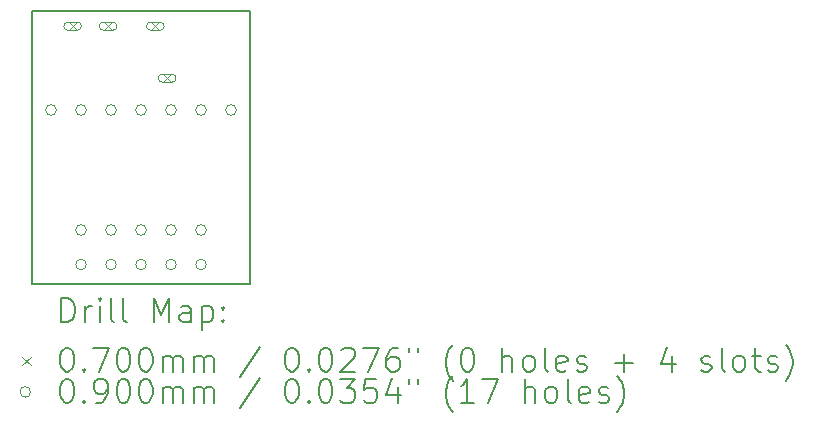
<source format=gbr>
%TF.GenerationSoftware,KiCad,Pcbnew,9.0.2*%
%TF.CreationDate,2025-07-09T02:52:22-04:00*%
%TF.ProjectId,FBT,4642542e-6b69-4636-9164-5f7063625858,rev?*%
%TF.SameCoordinates,Original*%
%TF.FileFunction,Drillmap*%
%TF.FilePolarity,Positive*%
%FSLAX45Y45*%
G04 Gerber Fmt 4.5, Leading zero omitted, Abs format (unit mm)*
G04 Created by KiCad (PCBNEW 9.0.2) date 2025-07-09 02:52:22*
%MOMM*%
%LPD*%
G01*
G04 APERTURE LIST*
%ADD10C,0.200000*%
%ADD11C,0.100000*%
G04 APERTURE END LIST*
D10*
X16539000Y-10973000D02*
X18389000Y-10973000D01*
X18389000Y-13283000D01*
X16539000Y-13283000D01*
X16539000Y-10973000D01*
D11*
X16850000Y-11065000D02*
X16920000Y-11135000D01*
X16920000Y-11065000D02*
X16850000Y-11135000D01*
X16845000Y-11135000D02*
X16925000Y-11135000D01*
X16925000Y-11065000D02*
G75*
G02*
X16925000Y-11135000I0J-35000D01*
G01*
X16925000Y-11065000D02*
X16845000Y-11065000D01*
X16845000Y-11065000D02*
G75*
G03*
X16845000Y-11135000I0J-35000D01*
G01*
X17150000Y-11065000D02*
X17220000Y-11135000D01*
X17220000Y-11065000D02*
X17150000Y-11135000D01*
X17145000Y-11135000D02*
X17225000Y-11135000D01*
X17225000Y-11065000D02*
G75*
G02*
X17225000Y-11135000I0J-35000D01*
G01*
X17225000Y-11065000D02*
X17145000Y-11065000D01*
X17145000Y-11065000D02*
G75*
G03*
X17145000Y-11135000I0J-35000D01*
G01*
X17550000Y-11065000D02*
X17620000Y-11135000D01*
X17620000Y-11065000D02*
X17550000Y-11135000D01*
X17545000Y-11135000D02*
X17625000Y-11135000D01*
X17625000Y-11065000D02*
G75*
G02*
X17625000Y-11135000I0J-35000D01*
G01*
X17625000Y-11065000D02*
X17545000Y-11065000D01*
X17545000Y-11065000D02*
G75*
G03*
X17545000Y-11135000I0J-35000D01*
G01*
X17650000Y-11505000D02*
X17720000Y-11575000D01*
X17720000Y-11505000D02*
X17650000Y-11575000D01*
X17645000Y-11575000D02*
X17725000Y-11575000D01*
X17725000Y-11505000D02*
G75*
G02*
X17725000Y-11575000I0J-35000D01*
G01*
X17725000Y-11505000D02*
X17645000Y-11505000D01*
X17645000Y-11505000D02*
G75*
G03*
X17645000Y-11575000I0J-35000D01*
G01*
X16747000Y-11810000D02*
G75*
G02*
X16657000Y-11810000I-45000J0D01*
G01*
X16657000Y-11810000D02*
G75*
G02*
X16747000Y-11810000I45000J0D01*
G01*
X17001000Y-11810000D02*
G75*
G02*
X16911000Y-11810000I-45000J0D01*
G01*
X16911000Y-11810000D02*
G75*
G02*
X17001000Y-11810000I45000J0D01*
G01*
X17001000Y-12826000D02*
G75*
G02*
X16911000Y-12826000I-45000J0D01*
G01*
X16911000Y-12826000D02*
G75*
G02*
X17001000Y-12826000I45000J0D01*
G01*
X17001000Y-13118000D02*
G75*
G02*
X16911000Y-13118000I-45000J0D01*
G01*
X16911000Y-13118000D02*
G75*
G02*
X17001000Y-13118000I45000J0D01*
G01*
X17255000Y-11810000D02*
G75*
G02*
X17165000Y-11810000I-45000J0D01*
G01*
X17165000Y-11810000D02*
G75*
G02*
X17255000Y-11810000I45000J0D01*
G01*
X17255000Y-12826000D02*
G75*
G02*
X17165000Y-12826000I-45000J0D01*
G01*
X17165000Y-12826000D02*
G75*
G02*
X17255000Y-12826000I45000J0D01*
G01*
X17255000Y-13118000D02*
G75*
G02*
X17165000Y-13118000I-45000J0D01*
G01*
X17165000Y-13118000D02*
G75*
G02*
X17255000Y-13118000I45000J0D01*
G01*
X17509000Y-11810000D02*
G75*
G02*
X17419000Y-11810000I-45000J0D01*
G01*
X17419000Y-11810000D02*
G75*
G02*
X17509000Y-11810000I45000J0D01*
G01*
X17509000Y-12826000D02*
G75*
G02*
X17419000Y-12826000I-45000J0D01*
G01*
X17419000Y-12826000D02*
G75*
G02*
X17509000Y-12826000I45000J0D01*
G01*
X17509000Y-13118000D02*
G75*
G02*
X17419000Y-13118000I-45000J0D01*
G01*
X17419000Y-13118000D02*
G75*
G02*
X17509000Y-13118000I45000J0D01*
G01*
X17763000Y-11810000D02*
G75*
G02*
X17673000Y-11810000I-45000J0D01*
G01*
X17673000Y-11810000D02*
G75*
G02*
X17763000Y-11810000I45000J0D01*
G01*
X17763000Y-12826000D02*
G75*
G02*
X17673000Y-12826000I-45000J0D01*
G01*
X17673000Y-12826000D02*
G75*
G02*
X17763000Y-12826000I45000J0D01*
G01*
X17763000Y-13118000D02*
G75*
G02*
X17673000Y-13118000I-45000J0D01*
G01*
X17673000Y-13118000D02*
G75*
G02*
X17763000Y-13118000I45000J0D01*
G01*
X18017000Y-11810000D02*
G75*
G02*
X17927000Y-11810000I-45000J0D01*
G01*
X17927000Y-11810000D02*
G75*
G02*
X18017000Y-11810000I45000J0D01*
G01*
X18017000Y-12826000D02*
G75*
G02*
X17927000Y-12826000I-45000J0D01*
G01*
X17927000Y-12826000D02*
G75*
G02*
X18017000Y-12826000I45000J0D01*
G01*
X18017000Y-13118000D02*
G75*
G02*
X17927000Y-13118000I-45000J0D01*
G01*
X17927000Y-13118000D02*
G75*
G02*
X18017000Y-13118000I45000J0D01*
G01*
X18271000Y-11810000D02*
G75*
G02*
X18181000Y-11810000I-45000J0D01*
G01*
X18181000Y-11810000D02*
G75*
G02*
X18271000Y-11810000I45000J0D01*
G01*
D10*
X16789777Y-13604484D02*
X16789777Y-13404484D01*
X16789777Y-13404484D02*
X16837396Y-13404484D01*
X16837396Y-13404484D02*
X16865967Y-13414008D01*
X16865967Y-13414008D02*
X16885015Y-13433055D01*
X16885015Y-13433055D02*
X16894539Y-13452103D01*
X16894539Y-13452103D02*
X16904063Y-13490198D01*
X16904063Y-13490198D02*
X16904063Y-13518769D01*
X16904063Y-13518769D02*
X16894539Y-13556865D01*
X16894539Y-13556865D02*
X16885015Y-13575912D01*
X16885015Y-13575912D02*
X16865967Y-13594960D01*
X16865967Y-13594960D02*
X16837396Y-13604484D01*
X16837396Y-13604484D02*
X16789777Y-13604484D01*
X16989777Y-13604484D02*
X16989777Y-13471150D01*
X16989777Y-13509246D02*
X16999301Y-13490198D01*
X16999301Y-13490198D02*
X17008824Y-13480674D01*
X17008824Y-13480674D02*
X17027872Y-13471150D01*
X17027872Y-13471150D02*
X17046920Y-13471150D01*
X17113586Y-13604484D02*
X17113586Y-13471150D01*
X17113586Y-13404484D02*
X17104063Y-13414008D01*
X17104063Y-13414008D02*
X17113586Y-13423531D01*
X17113586Y-13423531D02*
X17123110Y-13414008D01*
X17123110Y-13414008D02*
X17113586Y-13404484D01*
X17113586Y-13404484D02*
X17113586Y-13423531D01*
X17237396Y-13604484D02*
X17218348Y-13594960D01*
X17218348Y-13594960D02*
X17208824Y-13575912D01*
X17208824Y-13575912D02*
X17208824Y-13404484D01*
X17342158Y-13604484D02*
X17323110Y-13594960D01*
X17323110Y-13594960D02*
X17313586Y-13575912D01*
X17313586Y-13575912D02*
X17313586Y-13404484D01*
X17570729Y-13604484D02*
X17570729Y-13404484D01*
X17570729Y-13404484D02*
X17637396Y-13547341D01*
X17637396Y-13547341D02*
X17704063Y-13404484D01*
X17704063Y-13404484D02*
X17704063Y-13604484D01*
X17885015Y-13604484D02*
X17885015Y-13499722D01*
X17885015Y-13499722D02*
X17875491Y-13480674D01*
X17875491Y-13480674D02*
X17856444Y-13471150D01*
X17856444Y-13471150D02*
X17818348Y-13471150D01*
X17818348Y-13471150D02*
X17799301Y-13480674D01*
X17885015Y-13594960D02*
X17865967Y-13604484D01*
X17865967Y-13604484D02*
X17818348Y-13604484D01*
X17818348Y-13604484D02*
X17799301Y-13594960D01*
X17799301Y-13594960D02*
X17789777Y-13575912D01*
X17789777Y-13575912D02*
X17789777Y-13556865D01*
X17789777Y-13556865D02*
X17799301Y-13537817D01*
X17799301Y-13537817D02*
X17818348Y-13528293D01*
X17818348Y-13528293D02*
X17865967Y-13528293D01*
X17865967Y-13528293D02*
X17885015Y-13518769D01*
X17980253Y-13471150D02*
X17980253Y-13671150D01*
X17980253Y-13480674D02*
X17999301Y-13471150D01*
X17999301Y-13471150D02*
X18037396Y-13471150D01*
X18037396Y-13471150D02*
X18056444Y-13480674D01*
X18056444Y-13480674D02*
X18065967Y-13490198D01*
X18065967Y-13490198D02*
X18075491Y-13509246D01*
X18075491Y-13509246D02*
X18075491Y-13566388D01*
X18075491Y-13566388D02*
X18065967Y-13585436D01*
X18065967Y-13585436D02*
X18056444Y-13594960D01*
X18056444Y-13594960D02*
X18037396Y-13604484D01*
X18037396Y-13604484D02*
X17999301Y-13604484D01*
X17999301Y-13604484D02*
X17980253Y-13594960D01*
X18161205Y-13585436D02*
X18170729Y-13594960D01*
X18170729Y-13594960D02*
X18161205Y-13604484D01*
X18161205Y-13604484D02*
X18151682Y-13594960D01*
X18151682Y-13594960D02*
X18161205Y-13585436D01*
X18161205Y-13585436D02*
X18161205Y-13604484D01*
X18161205Y-13480674D02*
X18170729Y-13490198D01*
X18170729Y-13490198D02*
X18161205Y-13499722D01*
X18161205Y-13499722D02*
X18151682Y-13490198D01*
X18151682Y-13490198D02*
X18161205Y-13480674D01*
X18161205Y-13480674D02*
X18161205Y-13499722D01*
D11*
X16459000Y-13898000D02*
X16529000Y-13968000D01*
X16529000Y-13898000D02*
X16459000Y-13968000D01*
D10*
X16827872Y-13824484D02*
X16846920Y-13824484D01*
X16846920Y-13824484D02*
X16865967Y-13834008D01*
X16865967Y-13834008D02*
X16875491Y-13843531D01*
X16875491Y-13843531D02*
X16885015Y-13862579D01*
X16885015Y-13862579D02*
X16894539Y-13900674D01*
X16894539Y-13900674D02*
X16894539Y-13948293D01*
X16894539Y-13948293D02*
X16885015Y-13986388D01*
X16885015Y-13986388D02*
X16875491Y-14005436D01*
X16875491Y-14005436D02*
X16865967Y-14014960D01*
X16865967Y-14014960D02*
X16846920Y-14024484D01*
X16846920Y-14024484D02*
X16827872Y-14024484D01*
X16827872Y-14024484D02*
X16808824Y-14014960D01*
X16808824Y-14014960D02*
X16799301Y-14005436D01*
X16799301Y-14005436D02*
X16789777Y-13986388D01*
X16789777Y-13986388D02*
X16780253Y-13948293D01*
X16780253Y-13948293D02*
X16780253Y-13900674D01*
X16780253Y-13900674D02*
X16789777Y-13862579D01*
X16789777Y-13862579D02*
X16799301Y-13843531D01*
X16799301Y-13843531D02*
X16808824Y-13834008D01*
X16808824Y-13834008D02*
X16827872Y-13824484D01*
X16980253Y-14005436D02*
X16989777Y-14014960D01*
X16989777Y-14014960D02*
X16980253Y-14024484D01*
X16980253Y-14024484D02*
X16970729Y-14014960D01*
X16970729Y-14014960D02*
X16980253Y-14005436D01*
X16980253Y-14005436D02*
X16980253Y-14024484D01*
X17056444Y-13824484D02*
X17189777Y-13824484D01*
X17189777Y-13824484D02*
X17104063Y-14024484D01*
X17304063Y-13824484D02*
X17323110Y-13824484D01*
X17323110Y-13824484D02*
X17342158Y-13834008D01*
X17342158Y-13834008D02*
X17351682Y-13843531D01*
X17351682Y-13843531D02*
X17361205Y-13862579D01*
X17361205Y-13862579D02*
X17370729Y-13900674D01*
X17370729Y-13900674D02*
X17370729Y-13948293D01*
X17370729Y-13948293D02*
X17361205Y-13986388D01*
X17361205Y-13986388D02*
X17351682Y-14005436D01*
X17351682Y-14005436D02*
X17342158Y-14014960D01*
X17342158Y-14014960D02*
X17323110Y-14024484D01*
X17323110Y-14024484D02*
X17304063Y-14024484D01*
X17304063Y-14024484D02*
X17285015Y-14014960D01*
X17285015Y-14014960D02*
X17275491Y-14005436D01*
X17275491Y-14005436D02*
X17265967Y-13986388D01*
X17265967Y-13986388D02*
X17256444Y-13948293D01*
X17256444Y-13948293D02*
X17256444Y-13900674D01*
X17256444Y-13900674D02*
X17265967Y-13862579D01*
X17265967Y-13862579D02*
X17275491Y-13843531D01*
X17275491Y-13843531D02*
X17285015Y-13834008D01*
X17285015Y-13834008D02*
X17304063Y-13824484D01*
X17494539Y-13824484D02*
X17513586Y-13824484D01*
X17513586Y-13824484D02*
X17532634Y-13834008D01*
X17532634Y-13834008D02*
X17542158Y-13843531D01*
X17542158Y-13843531D02*
X17551682Y-13862579D01*
X17551682Y-13862579D02*
X17561205Y-13900674D01*
X17561205Y-13900674D02*
X17561205Y-13948293D01*
X17561205Y-13948293D02*
X17551682Y-13986388D01*
X17551682Y-13986388D02*
X17542158Y-14005436D01*
X17542158Y-14005436D02*
X17532634Y-14014960D01*
X17532634Y-14014960D02*
X17513586Y-14024484D01*
X17513586Y-14024484D02*
X17494539Y-14024484D01*
X17494539Y-14024484D02*
X17475491Y-14014960D01*
X17475491Y-14014960D02*
X17465967Y-14005436D01*
X17465967Y-14005436D02*
X17456444Y-13986388D01*
X17456444Y-13986388D02*
X17446920Y-13948293D01*
X17446920Y-13948293D02*
X17446920Y-13900674D01*
X17446920Y-13900674D02*
X17456444Y-13862579D01*
X17456444Y-13862579D02*
X17465967Y-13843531D01*
X17465967Y-13843531D02*
X17475491Y-13834008D01*
X17475491Y-13834008D02*
X17494539Y-13824484D01*
X17646920Y-14024484D02*
X17646920Y-13891150D01*
X17646920Y-13910198D02*
X17656444Y-13900674D01*
X17656444Y-13900674D02*
X17675491Y-13891150D01*
X17675491Y-13891150D02*
X17704063Y-13891150D01*
X17704063Y-13891150D02*
X17723110Y-13900674D01*
X17723110Y-13900674D02*
X17732634Y-13919722D01*
X17732634Y-13919722D02*
X17732634Y-14024484D01*
X17732634Y-13919722D02*
X17742158Y-13900674D01*
X17742158Y-13900674D02*
X17761205Y-13891150D01*
X17761205Y-13891150D02*
X17789777Y-13891150D01*
X17789777Y-13891150D02*
X17808825Y-13900674D01*
X17808825Y-13900674D02*
X17818348Y-13919722D01*
X17818348Y-13919722D02*
X17818348Y-14024484D01*
X17913586Y-14024484D02*
X17913586Y-13891150D01*
X17913586Y-13910198D02*
X17923110Y-13900674D01*
X17923110Y-13900674D02*
X17942158Y-13891150D01*
X17942158Y-13891150D02*
X17970729Y-13891150D01*
X17970729Y-13891150D02*
X17989777Y-13900674D01*
X17989777Y-13900674D02*
X17999301Y-13919722D01*
X17999301Y-13919722D02*
X17999301Y-14024484D01*
X17999301Y-13919722D02*
X18008825Y-13900674D01*
X18008825Y-13900674D02*
X18027872Y-13891150D01*
X18027872Y-13891150D02*
X18056444Y-13891150D01*
X18056444Y-13891150D02*
X18075491Y-13900674D01*
X18075491Y-13900674D02*
X18085015Y-13919722D01*
X18085015Y-13919722D02*
X18085015Y-14024484D01*
X18475491Y-13814960D02*
X18304063Y-14072103D01*
X18732634Y-13824484D02*
X18751682Y-13824484D01*
X18751682Y-13824484D02*
X18770729Y-13834008D01*
X18770729Y-13834008D02*
X18780253Y-13843531D01*
X18780253Y-13843531D02*
X18789777Y-13862579D01*
X18789777Y-13862579D02*
X18799301Y-13900674D01*
X18799301Y-13900674D02*
X18799301Y-13948293D01*
X18799301Y-13948293D02*
X18789777Y-13986388D01*
X18789777Y-13986388D02*
X18780253Y-14005436D01*
X18780253Y-14005436D02*
X18770729Y-14014960D01*
X18770729Y-14014960D02*
X18751682Y-14024484D01*
X18751682Y-14024484D02*
X18732634Y-14024484D01*
X18732634Y-14024484D02*
X18713587Y-14014960D01*
X18713587Y-14014960D02*
X18704063Y-14005436D01*
X18704063Y-14005436D02*
X18694539Y-13986388D01*
X18694539Y-13986388D02*
X18685015Y-13948293D01*
X18685015Y-13948293D02*
X18685015Y-13900674D01*
X18685015Y-13900674D02*
X18694539Y-13862579D01*
X18694539Y-13862579D02*
X18704063Y-13843531D01*
X18704063Y-13843531D02*
X18713587Y-13834008D01*
X18713587Y-13834008D02*
X18732634Y-13824484D01*
X18885015Y-14005436D02*
X18894539Y-14014960D01*
X18894539Y-14014960D02*
X18885015Y-14024484D01*
X18885015Y-14024484D02*
X18875491Y-14014960D01*
X18875491Y-14014960D02*
X18885015Y-14005436D01*
X18885015Y-14005436D02*
X18885015Y-14024484D01*
X19018348Y-13824484D02*
X19037396Y-13824484D01*
X19037396Y-13824484D02*
X19056444Y-13834008D01*
X19056444Y-13834008D02*
X19065968Y-13843531D01*
X19065968Y-13843531D02*
X19075491Y-13862579D01*
X19075491Y-13862579D02*
X19085015Y-13900674D01*
X19085015Y-13900674D02*
X19085015Y-13948293D01*
X19085015Y-13948293D02*
X19075491Y-13986388D01*
X19075491Y-13986388D02*
X19065968Y-14005436D01*
X19065968Y-14005436D02*
X19056444Y-14014960D01*
X19056444Y-14014960D02*
X19037396Y-14024484D01*
X19037396Y-14024484D02*
X19018348Y-14024484D01*
X19018348Y-14024484D02*
X18999301Y-14014960D01*
X18999301Y-14014960D02*
X18989777Y-14005436D01*
X18989777Y-14005436D02*
X18980253Y-13986388D01*
X18980253Y-13986388D02*
X18970729Y-13948293D01*
X18970729Y-13948293D02*
X18970729Y-13900674D01*
X18970729Y-13900674D02*
X18980253Y-13862579D01*
X18980253Y-13862579D02*
X18989777Y-13843531D01*
X18989777Y-13843531D02*
X18999301Y-13834008D01*
X18999301Y-13834008D02*
X19018348Y-13824484D01*
X19161206Y-13843531D02*
X19170729Y-13834008D01*
X19170729Y-13834008D02*
X19189777Y-13824484D01*
X19189777Y-13824484D02*
X19237396Y-13824484D01*
X19237396Y-13824484D02*
X19256444Y-13834008D01*
X19256444Y-13834008D02*
X19265968Y-13843531D01*
X19265968Y-13843531D02*
X19275491Y-13862579D01*
X19275491Y-13862579D02*
X19275491Y-13881627D01*
X19275491Y-13881627D02*
X19265968Y-13910198D01*
X19265968Y-13910198D02*
X19151682Y-14024484D01*
X19151682Y-14024484D02*
X19275491Y-14024484D01*
X19342158Y-13824484D02*
X19475491Y-13824484D01*
X19475491Y-13824484D02*
X19389777Y-14024484D01*
X19637396Y-13824484D02*
X19599301Y-13824484D01*
X19599301Y-13824484D02*
X19580253Y-13834008D01*
X19580253Y-13834008D02*
X19570729Y-13843531D01*
X19570729Y-13843531D02*
X19551682Y-13872103D01*
X19551682Y-13872103D02*
X19542158Y-13910198D01*
X19542158Y-13910198D02*
X19542158Y-13986388D01*
X19542158Y-13986388D02*
X19551682Y-14005436D01*
X19551682Y-14005436D02*
X19561206Y-14014960D01*
X19561206Y-14014960D02*
X19580253Y-14024484D01*
X19580253Y-14024484D02*
X19618349Y-14024484D01*
X19618349Y-14024484D02*
X19637396Y-14014960D01*
X19637396Y-14014960D02*
X19646920Y-14005436D01*
X19646920Y-14005436D02*
X19656444Y-13986388D01*
X19656444Y-13986388D02*
X19656444Y-13938769D01*
X19656444Y-13938769D02*
X19646920Y-13919722D01*
X19646920Y-13919722D02*
X19637396Y-13910198D01*
X19637396Y-13910198D02*
X19618349Y-13900674D01*
X19618349Y-13900674D02*
X19580253Y-13900674D01*
X19580253Y-13900674D02*
X19561206Y-13910198D01*
X19561206Y-13910198D02*
X19551682Y-13919722D01*
X19551682Y-13919722D02*
X19542158Y-13938769D01*
X19732634Y-13824484D02*
X19732634Y-13862579D01*
X19808825Y-13824484D02*
X19808825Y-13862579D01*
X20104063Y-14100674D02*
X20094539Y-14091150D01*
X20094539Y-14091150D02*
X20075491Y-14062579D01*
X20075491Y-14062579D02*
X20065968Y-14043531D01*
X20065968Y-14043531D02*
X20056444Y-14014960D01*
X20056444Y-14014960D02*
X20046920Y-13967341D01*
X20046920Y-13967341D02*
X20046920Y-13929246D01*
X20046920Y-13929246D02*
X20056444Y-13881627D01*
X20056444Y-13881627D02*
X20065968Y-13853055D01*
X20065968Y-13853055D02*
X20075491Y-13834008D01*
X20075491Y-13834008D02*
X20094539Y-13805436D01*
X20094539Y-13805436D02*
X20104063Y-13795912D01*
X20218349Y-13824484D02*
X20237396Y-13824484D01*
X20237396Y-13824484D02*
X20256444Y-13834008D01*
X20256444Y-13834008D02*
X20265968Y-13843531D01*
X20265968Y-13843531D02*
X20275491Y-13862579D01*
X20275491Y-13862579D02*
X20285015Y-13900674D01*
X20285015Y-13900674D02*
X20285015Y-13948293D01*
X20285015Y-13948293D02*
X20275491Y-13986388D01*
X20275491Y-13986388D02*
X20265968Y-14005436D01*
X20265968Y-14005436D02*
X20256444Y-14014960D01*
X20256444Y-14014960D02*
X20237396Y-14024484D01*
X20237396Y-14024484D02*
X20218349Y-14024484D01*
X20218349Y-14024484D02*
X20199301Y-14014960D01*
X20199301Y-14014960D02*
X20189777Y-14005436D01*
X20189777Y-14005436D02*
X20180253Y-13986388D01*
X20180253Y-13986388D02*
X20170730Y-13948293D01*
X20170730Y-13948293D02*
X20170730Y-13900674D01*
X20170730Y-13900674D02*
X20180253Y-13862579D01*
X20180253Y-13862579D02*
X20189777Y-13843531D01*
X20189777Y-13843531D02*
X20199301Y-13834008D01*
X20199301Y-13834008D02*
X20218349Y-13824484D01*
X20523111Y-14024484D02*
X20523111Y-13824484D01*
X20608825Y-14024484D02*
X20608825Y-13919722D01*
X20608825Y-13919722D02*
X20599301Y-13900674D01*
X20599301Y-13900674D02*
X20580253Y-13891150D01*
X20580253Y-13891150D02*
X20551682Y-13891150D01*
X20551682Y-13891150D02*
X20532634Y-13900674D01*
X20532634Y-13900674D02*
X20523111Y-13910198D01*
X20732634Y-14024484D02*
X20713587Y-14014960D01*
X20713587Y-14014960D02*
X20704063Y-14005436D01*
X20704063Y-14005436D02*
X20694539Y-13986388D01*
X20694539Y-13986388D02*
X20694539Y-13929246D01*
X20694539Y-13929246D02*
X20704063Y-13910198D01*
X20704063Y-13910198D02*
X20713587Y-13900674D01*
X20713587Y-13900674D02*
X20732634Y-13891150D01*
X20732634Y-13891150D02*
X20761206Y-13891150D01*
X20761206Y-13891150D02*
X20780253Y-13900674D01*
X20780253Y-13900674D02*
X20789777Y-13910198D01*
X20789777Y-13910198D02*
X20799301Y-13929246D01*
X20799301Y-13929246D02*
X20799301Y-13986388D01*
X20799301Y-13986388D02*
X20789777Y-14005436D01*
X20789777Y-14005436D02*
X20780253Y-14014960D01*
X20780253Y-14014960D02*
X20761206Y-14024484D01*
X20761206Y-14024484D02*
X20732634Y-14024484D01*
X20913587Y-14024484D02*
X20894539Y-14014960D01*
X20894539Y-14014960D02*
X20885015Y-13995912D01*
X20885015Y-13995912D02*
X20885015Y-13824484D01*
X21065968Y-14014960D02*
X21046920Y-14024484D01*
X21046920Y-14024484D02*
X21008825Y-14024484D01*
X21008825Y-14024484D02*
X20989777Y-14014960D01*
X20989777Y-14014960D02*
X20980253Y-13995912D01*
X20980253Y-13995912D02*
X20980253Y-13919722D01*
X20980253Y-13919722D02*
X20989777Y-13900674D01*
X20989777Y-13900674D02*
X21008825Y-13891150D01*
X21008825Y-13891150D02*
X21046920Y-13891150D01*
X21046920Y-13891150D02*
X21065968Y-13900674D01*
X21065968Y-13900674D02*
X21075492Y-13919722D01*
X21075492Y-13919722D02*
X21075492Y-13938769D01*
X21075492Y-13938769D02*
X20980253Y-13957817D01*
X21151682Y-14014960D02*
X21170730Y-14024484D01*
X21170730Y-14024484D02*
X21208825Y-14024484D01*
X21208825Y-14024484D02*
X21227873Y-14014960D01*
X21227873Y-14014960D02*
X21237396Y-13995912D01*
X21237396Y-13995912D02*
X21237396Y-13986388D01*
X21237396Y-13986388D02*
X21227873Y-13967341D01*
X21227873Y-13967341D02*
X21208825Y-13957817D01*
X21208825Y-13957817D02*
X21180253Y-13957817D01*
X21180253Y-13957817D02*
X21161206Y-13948293D01*
X21161206Y-13948293D02*
X21151682Y-13929246D01*
X21151682Y-13929246D02*
X21151682Y-13919722D01*
X21151682Y-13919722D02*
X21161206Y-13900674D01*
X21161206Y-13900674D02*
X21180253Y-13891150D01*
X21180253Y-13891150D02*
X21208825Y-13891150D01*
X21208825Y-13891150D02*
X21227873Y-13900674D01*
X21475492Y-13948293D02*
X21627873Y-13948293D01*
X21551682Y-14024484D02*
X21551682Y-13872103D01*
X21961206Y-13891150D02*
X21961206Y-14024484D01*
X21913587Y-13814960D02*
X21865968Y-13957817D01*
X21865968Y-13957817D02*
X21989777Y-13957817D01*
X22208825Y-14014960D02*
X22227873Y-14024484D01*
X22227873Y-14024484D02*
X22265968Y-14024484D01*
X22265968Y-14024484D02*
X22285016Y-14014960D01*
X22285016Y-14014960D02*
X22294539Y-13995912D01*
X22294539Y-13995912D02*
X22294539Y-13986388D01*
X22294539Y-13986388D02*
X22285016Y-13967341D01*
X22285016Y-13967341D02*
X22265968Y-13957817D01*
X22265968Y-13957817D02*
X22237396Y-13957817D01*
X22237396Y-13957817D02*
X22218349Y-13948293D01*
X22218349Y-13948293D02*
X22208825Y-13929246D01*
X22208825Y-13929246D02*
X22208825Y-13919722D01*
X22208825Y-13919722D02*
X22218349Y-13900674D01*
X22218349Y-13900674D02*
X22237396Y-13891150D01*
X22237396Y-13891150D02*
X22265968Y-13891150D01*
X22265968Y-13891150D02*
X22285016Y-13900674D01*
X22408825Y-14024484D02*
X22389777Y-14014960D01*
X22389777Y-14014960D02*
X22380254Y-13995912D01*
X22380254Y-13995912D02*
X22380254Y-13824484D01*
X22513587Y-14024484D02*
X22494539Y-14014960D01*
X22494539Y-14014960D02*
X22485015Y-14005436D01*
X22485015Y-14005436D02*
X22475492Y-13986388D01*
X22475492Y-13986388D02*
X22475492Y-13929246D01*
X22475492Y-13929246D02*
X22485015Y-13910198D01*
X22485015Y-13910198D02*
X22494539Y-13900674D01*
X22494539Y-13900674D02*
X22513587Y-13891150D01*
X22513587Y-13891150D02*
X22542158Y-13891150D01*
X22542158Y-13891150D02*
X22561206Y-13900674D01*
X22561206Y-13900674D02*
X22570730Y-13910198D01*
X22570730Y-13910198D02*
X22580254Y-13929246D01*
X22580254Y-13929246D02*
X22580254Y-13986388D01*
X22580254Y-13986388D02*
X22570730Y-14005436D01*
X22570730Y-14005436D02*
X22561206Y-14014960D01*
X22561206Y-14014960D02*
X22542158Y-14024484D01*
X22542158Y-14024484D02*
X22513587Y-14024484D01*
X22637396Y-13891150D02*
X22713587Y-13891150D01*
X22665968Y-13824484D02*
X22665968Y-13995912D01*
X22665968Y-13995912D02*
X22675492Y-14014960D01*
X22675492Y-14014960D02*
X22694539Y-14024484D01*
X22694539Y-14024484D02*
X22713587Y-14024484D01*
X22770730Y-14014960D02*
X22789777Y-14024484D01*
X22789777Y-14024484D02*
X22827873Y-14024484D01*
X22827873Y-14024484D02*
X22846920Y-14014960D01*
X22846920Y-14014960D02*
X22856444Y-13995912D01*
X22856444Y-13995912D02*
X22856444Y-13986388D01*
X22856444Y-13986388D02*
X22846920Y-13967341D01*
X22846920Y-13967341D02*
X22827873Y-13957817D01*
X22827873Y-13957817D02*
X22799301Y-13957817D01*
X22799301Y-13957817D02*
X22780254Y-13948293D01*
X22780254Y-13948293D02*
X22770730Y-13929246D01*
X22770730Y-13929246D02*
X22770730Y-13919722D01*
X22770730Y-13919722D02*
X22780254Y-13900674D01*
X22780254Y-13900674D02*
X22799301Y-13891150D01*
X22799301Y-13891150D02*
X22827873Y-13891150D01*
X22827873Y-13891150D02*
X22846920Y-13900674D01*
X22923111Y-14100674D02*
X22932635Y-14091150D01*
X22932635Y-14091150D02*
X22951682Y-14062579D01*
X22951682Y-14062579D02*
X22961206Y-14043531D01*
X22961206Y-14043531D02*
X22970730Y-14014960D01*
X22970730Y-14014960D02*
X22980254Y-13967341D01*
X22980254Y-13967341D02*
X22980254Y-13929246D01*
X22980254Y-13929246D02*
X22970730Y-13881627D01*
X22970730Y-13881627D02*
X22961206Y-13853055D01*
X22961206Y-13853055D02*
X22951682Y-13834008D01*
X22951682Y-13834008D02*
X22932635Y-13805436D01*
X22932635Y-13805436D02*
X22923111Y-13795912D01*
D11*
X16529000Y-14197000D02*
G75*
G02*
X16439000Y-14197000I-45000J0D01*
G01*
X16439000Y-14197000D02*
G75*
G02*
X16529000Y-14197000I45000J0D01*
G01*
D10*
X16827872Y-14088484D02*
X16846920Y-14088484D01*
X16846920Y-14088484D02*
X16865967Y-14098008D01*
X16865967Y-14098008D02*
X16875491Y-14107531D01*
X16875491Y-14107531D02*
X16885015Y-14126579D01*
X16885015Y-14126579D02*
X16894539Y-14164674D01*
X16894539Y-14164674D02*
X16894539Y-14212293D01*
X16894539Y-14212293D02*
X16885015Y-14250388D01*
X16885015Y-14250388D02*
X16875491Y-14269436D01*
X16875491Y-14269436D02*
X16865967Y-14278960D01*
X16865967Y-14278960D02*
X16846920Y-14288484D01*
X16846920Y-14288484D02*
X16827872Y-14288484D01*
X16827872Y-14288484D02*
X16808824Y-14278960D01*
X16808824Y-14278960D02*
X16799301Y-14269436D01*
X16799301Y-14269436D02*
X16789777Y-14250388D01*
X16789777Y-14250388D02*
X16780253Y-14212293D01*
X16780253Y-14212293D02*
X16780253Y-14164674D01*
X16780253Y-14164674D02*
X16789777Y-14126579D01*
X16789777Y-14126579D02*
X16799301Y-14107531D01*
X16799301Y-14107531D02*
X16808824Y-14098008D01*
X16808824Y-14098008D02*
X16827872Y-14088484D01*
X16980253Y-14269436D02*
X16989777Y-14278960D01*
X16989777Y-14278960D02*
X16980253Y-14288484D01*
X16980253Y-14288484D02*
X16970729Y-14278960D01*
X16970729Y-14278960D02*
X16980253Y-14269436D01*
X16980253Y-14269436D02*
X16980253Y-14288484D01*
X17085015Y-14288484D02*
X17123110Y-14288484D01*
X17123110Y-14288484D02*
X17142158Y-14278960D01*
X17142158Y-14278960D02*
X17151682Y-14269436D01*
X17151682Y-14269436D02*
X17170729Y-14240865D01*
X17170729Y-14240865D02*
X17180253Y-14202769D01*
X17180253Y-14202769D02*
X17180253Y-14126579D01*
X17180253Y-14126579D02*
X17170729Y-14107531D01*
X17170729Y-14107531D02*
X17161205Y-14098008D01*
X17161205Y-14098008D02*
X17142158Y-14088484D01*
X17142158Y-14088484D02*
X17104063Y-14088484D01*
X17104063Y-14088484D02*
X17085015Y-14098008D01*
X17085015Y-14098008D02*
X17075491Y-14107531D01*
X17075491Y-14107531D02*
X17065967Y-14126579D01*
X17065967Y-14126579D02*
X17065967Y-14174198D01*
X17065967Y-14174198D02*
X17075491Y-14193246D01*
X17075491Y-14193246D02*
X17085015Y-14202769D01*
X17085015Y-14202769D02*
X17104063Y-14212293D01*
X17104063Y-14212293D02*
X17142158Y-14212293D01*
X17142158Y-14212293D02*
X17161205Y-14202769D01*
X17161205Y-14202769D02*
X17170729Y-14193246D01*
X17170729Y-14193246D02*
X17180253Y-14174198D01*
X17304063Y-14088484D02*
X17323110Y-14088484D01*
X17323110Y-14088484D02*
X17342158Y-14098008D01*
X17342158Y-14098008D02*
X17351682Y-14107531D01*
X17351682Y-14107531D02*
X17361205Y-14126579D01*
X17361205Y-14126579D02*
X17370729Y-14164674D01*
X17370729Y-14164674D02*
X17370729Y-14212293D01*
X17370729Y-14212293D02*
X17361205Y-14250388D01*
X17361205Y-14250388D02*
X17351682Y-14269436D01*
X17351682Y-14269436D02*
X17342158Y-14278960D01*
X17342158Y-14278960D02*
X17323110Y-14288484D01*
X17323110Y-14288484D02*
X17304063Y-14288484D01*
X17304063Y-14288484D02*
X17285015Y-14278960D01*
X17285015Y-14278960D02*
X17275491Y-14269436D01*
X17275491Y-14269436D02*
X17265967Y-14250388D01*
X17265967Y-14250388D02*
X17256444Y-14212293D01*
X17256444Y-14212293D02*
X17256444Y-14164674D01*
X17256444Y-14164674D02*
X17265967Y-14126579D01*
X17265967Y-14126579D02*
X17275491Y-14107531D01*
X17275491Y-14107531D02*
X17285015Y-14098008D01*
X17285015Y-14098008D02*
X17304063Y-14088484D01*
X17494539Y-14088484D02*
X17513586Y-14088484D01*
X17513586Y-14088484D02*
X17532634Y-14098008D01*
X17532634Y-14098008D02*
X17542158Y-14107531D01*
X17542158Y-14107531D02*
X17551682Y-14126579D01*
X17551682Y-14126579D02*
X17561205Y-14164674D01*
X17561205Y-14164674D02*
X17561205Y-14212293D01*
X17561205Y-14212293D02*
X17551682Y-14250388D01*
X17551682Y-14250388D02*
X17542158Y-14269436D01*
X17542158Y-14269436D02*
X17532634Y-14278960D01*
X17532634Y-14278960D02*
X17513586Y-14288484D01*
X17513586Y-14288484D02*
X17494539Y-14288484D01*
X17494539Y-14288484D02*
X17475491Y-14278960D01*
X17475491Y-14278960D02*
X17465967Y-14269436D01*
X17465967Y-14269436D02*
X17456444Y-14250388D01*
X17456444Y-14250388D02*
X17446920Y-14212293D01*
X17446920Y-14212293D02*
X17446920Y-14164674D01*
X17446920Y-14164674D02*
X17456444Y-14126579D01*
X17456444Y-14126579D02*
X17465967Y-14107531D01*
X17465967Y-14107531D02*
X17475491Y-14098008D01*
X17475491Y-14098008D02*
X17494539Y-14088484D01*
X17646920Y-14288484D02*
X17646920Y-14155150D01*
X17646920Y-14174198D02*
X17656444Y-14164674D01*
X17656444Y-14164674D02*
X17675491Y-14155150D01*
X17675491Y-14155150D02*
X17704063Y-14155150D01*
X17704063Y-14155150D02*
X17723110Y-14164674D01*
X17723110Y-14164674D02*
X17732634Y-14183722D01*
X17732634Y-14183722D02*
X17732634Y-14288484D01*
X17732634Y-14183722D02*
X17742158Y-14164674D01*
X17742158Y-14164674D02*
X17761205Y-14155150D01*
X17761205Y-14155150D02*
X17789777Y-14155150D01*
X17789777Y-14155150D02*
X17808825Y-14164674D01*
X17808825Y-14164674D02*
X17818348Y-14183722D01*
X17818348Y-14183722D02*
X17818348Y-14288484D01*
X17913586Y-14288484D02*
X17913586Y-14155150D01*
X17913586Y-14174198D02*
X17923110Y-14164674D01*
X17923110Y-14164674D02*
X17942158Y-14155150D01*
X17942158Y-14155150D02*
X17970729Y-14155150D01*
X17970729Y-14155150D02*
X17989777Y-14164674D01*
X17989777Y-14164674D02*
X17999301Y-14183722D01*
X17999301Y-14183722D02*
X17999301Y-14288484D01*
X17999301Y-14183722D02*
X18008825Y-14164674D01*
X18008825Y-14164674D02*
X18027872Y-14155150D01*
X18027872Y-14155150D02*
X18056444Y-14155150D01*
X18056444Y-14155150D02*
X18075491Y-14164674D01*
X18075491Y-14164674D02*
X18085015Y-14183722D01*
X18085015Y-14183722D02*
X18085015Y-14288484D01*
X18475491Y-14078960D02*
X18304063Y-14336103D01*
X18732634Y-14088484D02*
X18751682Y-14088484D01*
X18751682Y-14088484D02*
X18770729Y-14098008D01*
X18770729Y-14098008D02*
X18780253Y-14107531D01*
X18780253Y-14107531D02*
X18789777Y-14126579D01*
X18789777Y-14126579D02*
X18799301Y-14164674D01*
X18799301Y-14164674D02*
X18799301Y-14212293D01*
X18799301Y-14212293D02*
X18789777Y-14250388D01*
X18789777Y-14250388D02*
X18780253Y-14269436D01*
X18780253Y-14269436D02*
X18770729Y-14278960D01*
X18770729Y-14278960D02*
X18751682Y-14288484D01*
X18751682Y-14288484D02*
X18732634Y-14288484D01*
X18732634Y-14288484D02*
X18713587Y-14278960D01*
X18713587Y-14278960D02*
X18704063Y-14269436D01*
X18704063Y-14269436D02*
X18694539Y-14250388D01*
X18694539Y-14250388D02*
X18685015Y-14212293D01*
X18685015Y-14212293D02*
X18685015Y-14164674D01*
X18685015Y-14164674D02*
X18694539Y-14126579D01*
X18694539Y-14126579D02*
X18704063Y-14107531D01*
X18704063Y-14107531D02*
X18713587Y-14098008D01*
X18713587Y-14098008D02*
X18732634Y-14088484D01*
X18885015Y-14269436D02*
X18894539Y-14278960D01*
X18894539Y-14278960D02*
X18885015Y-14288484D01*
X18885015Y-14288484D02*
X18875491Y-14278960D01*
X18875491Y-14278960D02*
X18885015Y-14269436D01*
X18885015Y-14269436D02*
X18885015Y-14288484D01*
X19018348Y-14088484D02*
X19037396Y-14088484D01*
X19037396Y-14088484D02*
X19056444Y-14098008D01*
X19056444Y-14098008D02*
X19065968Y-14107531D01*
X19065968Y-14107531D02*
X19075491Y-14126579D01*
X19075491Y-14126579D02*
X19085015Y-14164674D01*
X19085015Y-14164674D02*
X19085015Y-14212293D01*
X19085015Y-14212293D02*
X19075491Y-14250388D01*
X19075491Y-14250388D02*
X19065968Y-14269436D01*
X19065968Y-14269436D02*
X19056444Y-14278960D01*
X19056444Y-14278960D02*
X19037396Y-14288484D01*
X19037396Y-14288484D02*
X19018348Y-14288484D01*
X19018348Y-14288484D02*
X18999301Y-14278960D01*
X18999301Y-14278960D02*
X18989777Y-14269436D01*
X18989777Y-14269436D02*
X18980253Y-14250388D01*
X18980253Y-14250388D02*
X18970729Y-14212293D01*
X18970729Y-14212293D02*
X18970729Y-14164674D01*
X18970729Y-14164674D02*
X18980253Y-14126579D01*
X18980253Y-14126579D02*
X18989777Y-14107531D01*
X18989777Y-14107531D02*
X18999301Y-14098008D01*
X18999301Y-14098008D02*
X19018348Y-14088484D01*
X19151682Y-14088484D02*
X19275491Y-14088484D01*
X19275491Y-14088484D02*
X19208825Y-14164674D01*
X19208825Y-14164674D02*
X19237396Y-14164674D01*
X19237396Y-14164674D02*
X19256444Y-14174198D01*
X19256444Y-14174198D02*
X19265968Y-14183722D01*
X19265968Y-14183722D02*
X19275491Y-14202769D01*
X19275491Y-14202769D02*
X19275491Y-14250388D01*
X19275491Y-14250388D02*
X19265968Y-14269436D01*
X19265968Y-14269436D02*
X19256444Y-14278960D01*
X19256444Y-14278960D02*
X19237396Y-14288484D01*
X19237396Y-14288484D02*
X19180253Y-14288484D01*
X19180253Y-14288484D02*
X19161206Y-14278960D01*
X19161206Y-14278960D02*
X19151682Y-14269436D01*
X19456444Y-14088484D02*
X19361206Y-14088484D01*
X19361206Y-14088484D02*
X19351682Y-14183722D01*
X19351682Y-14183722D02*
X19361206Y-14174198D01*
X19361206Y-14174198D02*
X19380253Y-14164674D01*
X19380253Y-14164674D02*
X19427872Y-14164674D01*
X19427872Y-14164674D02*
X19446920Y-14174198D01*
X19446920Y-14174198D02*
X19456444Y-14183722D01*
X19456444Y-14183722D02*
X19465968Y-14202769D01*
X19465968Y-14202769D02*
X19465968Y-14250388D01*
X19465968Y-14250388D02*
X19456444Y-14269436D01*
X19456444Y-14269436D02*
X19446920Y-14278960D01*
X19446920Y-14278960D02*
X19427872Y-14288484D01*
X19427872Y-14288484D02*
X19380253Y-14288484D01*
X19380253Y-14288484D02*
X19361206Y-14278960D01*
X19361206Y-14278960D02*
X19351682Y-14269436D01*
X19637396Y-14155150D02*
X19637396Y-14288484D01*
X19589777Y-14078960D02*
X19542158Y-14221817D01*
X19542158Y-14221817D02*
X19665968Y-14221817D01*
X19732634Y-14088484D02*
X19732634Y-14126579D01*
X19808825Y-14088484D02*
X19808825Y-14126579D01*
X20104063Y-14364674D02*
X20094539Y-14355150D01*
X20094539Y-14355150D02*
X20075491Y-14326579D01*
X20075491Y-14326579D02*
X20065968Y-14307531D01*
X20065968Y-14307531D02*
X20056444Y-14278960D01*
X20056444Y-14278960D02*
X20046920Y-14231341D01*
X20046920Y-14231341D02*
X20046920Y-14193246D01*
X20046920Y-14193246D02*
X20056444Y-14145627D01*
X20056444Y-14145627D02*
X20065968Y-14117055D01*
X20065968Y-14117055D02*
X20075491Y-14098008D01*
X20075491Y-14098008D02*
X20094539Y-14069436D01*
X20094539Y-14069436D02*
X20104063Y-14059912D01*
X20285015Y-14288484D02*
X20170730Y-14288484D01*
X20227872Y-14288484D02*
X20227872Y-14088484D01*
X20227872Y-14088484D02*
X20208825Y-14117055D01*
X20208825Y-14117055D02*
X20189777Y-14136103D01*
X20189777Y-14136103D02*
X20170730Y-14145627D01*
X20351682Y-14088484D02*
X20485015Y-14088484D01*
X20485015Y-14088484D02*
X20399301Y-14288484D01*
X20713587Y-14288484D02*
X20713587Y-14088484D01*
X20799301Y-14288484D02*
X20799301Y-14183722D01*
X20799301Y-14183722D02*
X20789777Y-14164674D01*
X20789777Y-14164674D02*
X20770730Y-14155150D01*
X20770730Y-14155150D02*
X20742158Y-14155150D01*
X20742158Y-14155150D02*
X20723111Y-14164674D01*
X20723111Y-14164674D02*
X20713587Y-14174198D01*
X20923111Y-14288484D02*
X20904063Y-14278960D01*
X20904063Y-14278960D02*
X20894539Y-14269436D01*
X20894539Y-14269436D02*
X20885015Y-14250388D01*
X20885015Y-14250388D02*
X20885015Y-14193246D01*
X20885015Y-14193246D02*
X20894539Y-14174198D01*
X20894539Y-14174198D02*
X20904063Y-14164674D01*
X20904063Y-14164674D02*
X20923111Y-14155150D01*
X20923111Y-14155150D02*
X20951682Y-14155150D01*
X20951682Y-14155150D02*
X20970730Y-14164674D01*
X20970730Y-14164674D02*
X20980253Y-14174198D01*
X20980253Y-14174198D02*
X20989777Y-14193246D01*
X20989777Y-14193246D02*
X20989777Y-14250388D01*
X20989777Y-14250388D02*
X20980253Y-14269436D01*
X20980253Y-14269436D02*
X20970730Y-14278960D01*
X20970730Y-14278960D02*
X20951682Y-14288484D01*
X20951682Y-14288484D02*
X20923111Y-14288484D01*
X21104063Y-14288484D02*
X21085015Y-14278960D01*
X21085015Y-14278960D02*
X21075492Y-14259912D01*
X21075492Y-14259912D02*
X21075492Y-14088484D01*
X21256444Y-14278960D02*
X21237396Y-14288484D01*
X21237396Y-14288484D02*
X21199301Y-14288484D01*
X21199301Y-14288484D02*
X21180253Y-14278960D01*
X21180253Y-14278960D02*
X21170730Y-14259912D01*
X21170730Y-14259912D02*
X21170730Y-14183722D01*
X21170730Y-14183722D02*
X21180253Y-14164674D01*
X21180253Y-14164674D02*
X21199301Y-14155150D01*
X21199301Y-14155150D02*
X21237396Y-14155150D01*
X21237396Y-14155150D02*
X21256444Y-14164674D01*
X21256444Y-14164674D02*
X21265968Y-14183722D01*
X21265968Y-14183722D02*
X21265968Y-14202769D01*
X21265968Y-14202769D02*
X21170730Y-14221817D01*
X21342158Y-14278960D02*
X21361206Y-14288484D01*
X21361206Y-14288484D02*
X21399301Y-14288484D01*
X21399301Y-14288484D02*
X21418349Y-14278960D01*
X21418349Y-14278960D02*
X21427873Y-14259912D01*
X21427873Y-14259912D02*
X21427873Y-14250388D01*
X21427873Y-14250388D02*
X21418349Y-14231341D01*
X21418349Y-14231341D02*
X21399301Y-14221817D01*
X21399301Y-14221817D02*
X21370730Y-14221817D01*
X21370730Y-14221817D02*
X21351682Y-14212293D01*
X21351682Y-14212293D02*
X21342158Y-14193246D01*
X21342158Y-14193246D02*
X21342158Y-14183722D01*
X21342158Y-14183722D02*
X21351682Y-14164674D01*
X21351682Y-14164674D02*
X21370730Y-14155150D01*
X21370730Y-14155150D02*
X21399301Y-14155150D01*
X21399301Y-14155150D02*
X21418349Y-14164674D01*
X21494539Y-14364674D02*
X21504063Y-14355150D01*
X21504063Y-14355150D02*
X21523111Y-14326579D01*
X21523111Y-14326579D02*
X21532634Y-14307531D01*
X21532634Y-14307531D02*
X21542158Y-14278960D01*
X21542158Y-14278960D02*
X21551682Y-14231341D01*
X21551682Y-14231341D02*
X21551682Y-14193246D01*
X21551682Y-14193246D02*
X21542158Y-14145627D01*
X21542158Y-14145627D02*
X21532634Y-14117055D01*
X21532634Y-14117055D02*
X21523111Y-14098008D01*
X21523111Y-14098008D02*
X21504063Y-14069436D01*
X21504063Y-14069436D02*
X21494539Y-14059912D01*
M02*

</source>
